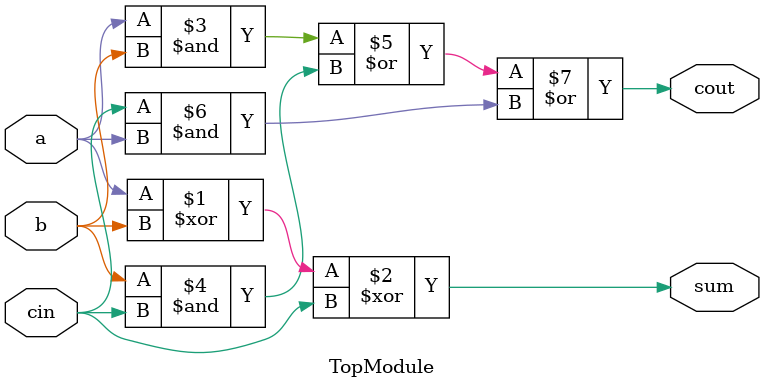
<source format=sv>
module TopModule (
    input wire a,
    input wire b,
    input wire cin,
    output wire cout,
    output wire sum
);
    // Full adder logic
    assign sum = a ^ b ^ cin;  // XOR operation for sum
    assign cout = (a & b) | (b & cin) | (cin & a);  // OR of ANDs for carry-out
endmodule
</source>
